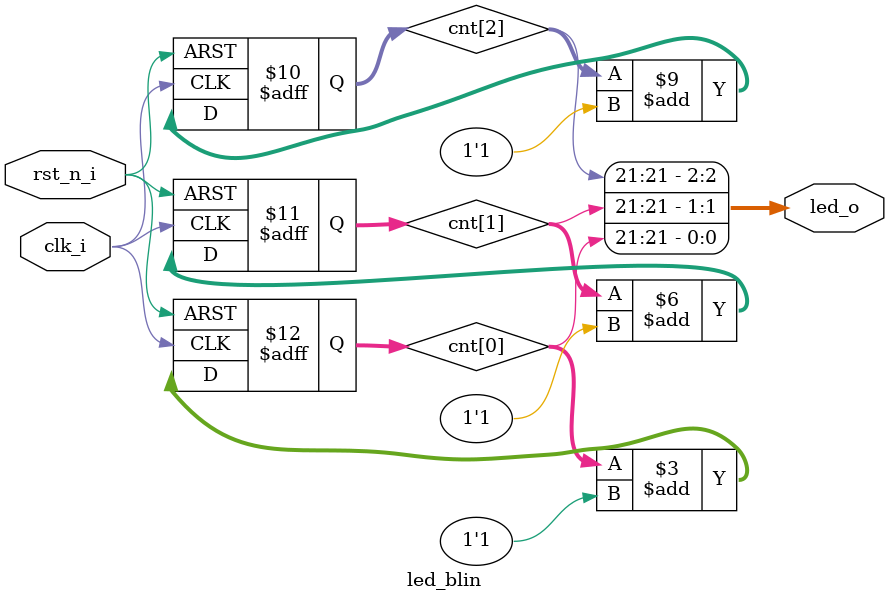
<source format=sv>
`timescale 1ns / 1ps


module led_blin#(
		parameter LED_MAX = 3
	)(
		input 	logic 				rst_n_i,
		input	logic 				clk_i,
		output	logic [LED_MAX-1:0]	led_o
    );
	
	logic[23:0] cnt[LED_MAX-1:0];
	
	generate
		genvar i;
		for(i = 0;i < LED_MAX;i = i + 1)begin: led_u
			always_ff@(posedge clk_i or negedge rst_n_i)
			if(!rst_n_i)
				cnt[i] <= 'd0;
			else
				cnt[i] <= cnt[i] + 1'b1;
				
			assign led_o[i] = cnt[i][21];
		end
	endgenerate
	
endmodule

</source>
